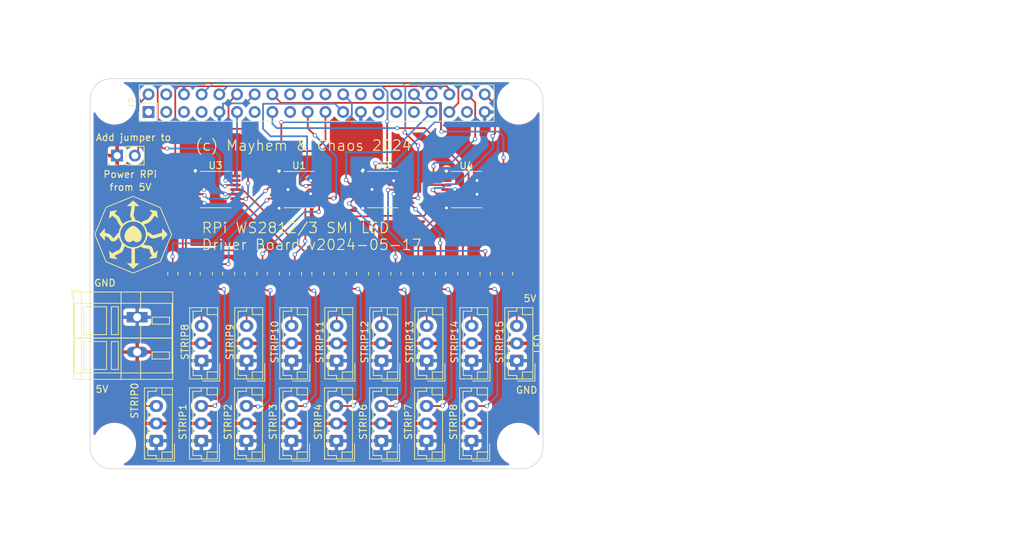
<source format=kicad_pcb>
(kicad_pcb (version 20240108) (generator "pcbnew") (generator_version "8.0")
  (layers (0 "F.Cu" signal) (31 "B.Cu" signal) (34 "B.Paste" user) (35 "F.Paste" user) (36 "B.SilkS" user "B.Silkscreen") (37 "F.SilkS" user "F.Silkscreen") (38 "B.Mask" user) (39 "F.Mask" user) (44 "Edge.Cuts" user))
  (net 0 "")
  (net 1 "/RPI_5V")
  (net 2 "Net-(J10-Pin_3)")
  (net 3 "Net-(J3-Pin_3)")
  (net 4 "Net-(J4-Pin_3)")
  (net 5 "Net-(J5-Pin_3)")
  (net 6 "Net-(J6-Pin_3)")
  (net 7 "Net-(J7-Pin_3)")
  (net 8 "Net-(J8-Pin_3)")
  (net 9 "Net-(J9-Pin_3)")
  (net 10 "Net-(J11-Pin_3)")
  (net 11 "Net-(J12-Pin_3)")
  (net 12 "Net-(J13-Pin_3)")
  (net 13 "Net-(J14-Pin_3)")
  (net 14 "Net-(J15-Pin_3)")
  (net 15 "Net-(J16-Pin_3)")
  (net 16 "Net-(J17-Pin_3)")
  (net 17 "Net-(JJ1-Pin_3)")
  (net 18 "/SHIFT6")
  (net 19 "/SHIFT8")
  (net 21 "/SHIFT4")
  (net 22 "/SHIFT12")
  (net 23 "/SHIFT11")
  (net 24 "/GND")
  (net 25 "/SHIFT14")
  (net 26 "/5V")
  (net 27 "/SHIFT13")
  (net 29 "/SHIFT9")
  (net 30 "/SHIFT3")
  (net 32 "/SHIFT10")
  (net 34 "/SHIFT15")
  (net 36 "/SHIFT7")
  (net 42 "/SHIFT2")
  (net 43 "/SHIFT5")
  (net 44 "/SHIFT1")
  (net 45 "/SHIFT0")
  (net 50 "/STRIP0")
  (net 51 "/STRIP1")
  (net 52 "/STRIP2")
  (net 53 "/STRIP3")
  (net 54 "/STRIP4")
  (net 55 "/STRIP5")
  (net 56 "/STRIP6")
  (net 57 "/STRIP7")
  (net 58 "/STRIP8")
  (net 59 "/STRIP9")
  (net 60 "/STRIP10")
  (net 61 "/STRIP11")
  (net 62 "/STRIP12")
  (net 63 "/STRIP13")
  (net 64 "/STRIP14")
  (net 65 "/STRIP15")
  (footprint "Connector_JST:JST_EH_B3B-EH-A_1x03_P2.50mm_Vertical" (layer "F.Cu") (at 146.392855 115.5 90)
    (property "Reference" "J4" (hide yes))
    (property "Value" "STRIP3" (hide yes))
  )
  (footprint "Resistor_SMD:R_0805_2012Metric" (layer "F.Cu") (at 138.9875 91.4875 -90)
    (property "Reference" "R10" (hide yes))
    (property "Value" "330" (hide yes))
  )
  (footprint "Connector_JST:JST_EH_B3B-EH-A_1x03_P2.50mm_Vertical" (layer "F.Cu") (at 133.5 104 90)
    (property "Reference" "J9" (hide yes))
    (property "Value" "STRIP8" (hide yes))
  )
  (footprint "Resistor_SMD:R_0805_2012Metric" (layer "F.Cu") (at 135.784375 91.4875 -90)
    (property "Reference" "R2" (hide yes))
    (property "Value" "330" (hide yes))
  )
  (footprint "Resistor_SMD:R_0805_2012Metric" (layer "F.Cu") (at 142.190625 91.4875 -90)
    (property "Reference" "R3" (hide yes))
    (property "Value" "330" (hide yes))
  )
  (footprint "Resistor_SMD:R_0805_2012Metric" (layer "F.Cu") (at 132.58125 91.4875 -90)
    (property "Reference" "R9" (hide yes))
    (property "Value" "330" (hide yes))
  )
  (footprint "Resistor_SMD:R_0805_2012Metric" (layer "F.Cu") (at 155.003125 91.4875 -90)
    (property "Reference" "R5" (hide yes))
    (property "Value" "330" (hide yes))
  )
  (footprint "Resistor_SMD:R_0805_2012Metric" (layer "F.Cu") (at 167.815625 91.4875 -90)
    (property "Reference" "R7" (hide yes))
    (property "Value" "330" (hide yes))
  )
  (footprint "Connector_JST:JST_EH_B3B-EH-A_1x03_P2.50mm_Vertical" (layer "F.Cu") (at 139.964285 104 90)
    (property "Reference" "J11" (hide yes))
    (property "Value" "STRIP9" (hide yes))
  )
  (footprint "Connector_JST:JST_EH_B3B-EH-A_1x03_P2.50mm_Vertical" (layer "F.Cu") (at 159.321425 115.5 90)
    (property "Reference" "J6" (hide yes))
    (property "Value" "STRIP5" (hide yes))
  )
  (footprint "Resistor_SMD:R_0805_2012Metric" (layer "F.Cu") (at 148.596875 91.4875 -90)
    (property "Reference" "R4" (hide yes))
    (property "Value" "330" (hide yes))
  )
  (footprint "Package_SO:TSSOP-14_4.4x5mm_P0.65mm" (layer "F.Cu") (at 147.508333 79.425)
    (property "Reference" "U1")
    (property "Value" "SN74AHCT125PWR" (hide yes))
  )
  (footprint "RPi_Hat:RPi_Hat_Mounting_Hole" (layer "F.Cu") (at 179 67)
    (property "Reference" "" (hide yes))
    (property "Value" "" (hide yes))
  )
  (footprint "Connector_JST:JST_EH_B3B-EH-A_1x03_P2.50mm_Vertical" (layer "F.Cu") (at 152.892855 104 90)
    (property "Reference" "J13" (hide yes))
    (property "Value" "STRIP11" (hide yes))
  )
  (footprint "Resistor_SMD:R_0805_2012Metric" (layer "F.Cu") (at 129.378125 91.4875 -90)
    (property "Reference" "R1" (hide yes))
    (property "Value" "330" (hide yes))
  )
  (footprint "Resistor_SMD:R_0805_2012Metric" (layer "F.Cu") (at 151.8 91.4875 -90)
    (property "Reference" "R12" (hide yes))
    (property "Value" "330" (hide yes))
  )
  (footprint "RPi_Hat:RPi_Hat_Mounting_Hole" (layer "F.Cu") (at 121 116)
    (property "Reference" "" (hide yes))
    (property "Value" "" (hide yes))
  )
  (footprint "Resistor_SMD:R_0805_2012Metric" (layer "F.Cu") (at 171.01875 91.4875 -90)
    (property "Reference" "R15" (hide yes))
    (property "Value" "330" (hide yes))
  )
  (footprint "Resistor_SMD:R_0805_2012Metric" (layer "F.Cu") (at 145.39375 91.4875 -90)
    (property "Reference" "R11" (hide yes))
    (property "Value" "330" (hide yes))
  )
  (footprint "Resistor_SMD:R_0805_2012Metric" (layer "F.Cu") (at 174.221875 91.4875 -90)
    (property "Reference" "R8" (hide yes))
    (property "Value" "330" (hide yes))
  )
  (footprint "Connector_JST:JST_EH_B3B-EH-A_1x03_P2.50mm_Vertical" (layer "F.Cu") (at 172.28571 104 90)
    (property "Reference" "J16" (hide yes))
    (property "Value" "STRIP14" (hide yes))
  )
  (footprint "Connector_JST:JST_EH_B3B-EH-A_1x03_P2.50mm_Vertical" (layer "F.Cu") (at 178.75 104 90)
    (property "Reference" "J17" (hide yes))
    (property "Value" "STRIP15" (hide yes))
  )
  (footprint "Resistor_SMD:R_0805_2012Metric" (layer "F.Cu") (at 161.409375 91.4875 -90)
    (property "Reference" "R6" (hide yes))
    (property "Value" "330" (hide yes))
  )
  (footprint "Connector_JST:JST_EH_B3B-EH-A_1x03_P2.50mm_Vertical" (layer "F.Cu") (at 152.85714 115.5 90)
    (property "Reference" "J5" (hide yes))
    (property "Value" "STRIP4" (hide yes))
  )
  (footprint "Connector_PinHeader_2.54mm:PinHeader_2x20_P2.54mm_Vertical" (layer "F.Cu") (at 125.89 68.29 90)
    (property "Reference" "J2")
    (property "Value" "RPi")
  )
  (footprint "Connector_JST:JST_EH_B3B-EH-A_1x03_P2.50mm_Vertical" (layer "F.Cu") (at 165.821425 104 90)
    (property "Reference" "J15" (hide yes))
    (property "Value" "STRIP13" (hide yes))
  )
  (footprint "Package_SO:TSSOP-14_4.4x5mm_P0.65mm" (layer "F.Cu") (at 171.525 79.425)
    (property "Reference" "U4")
    (property "Value" "SN74AHCT125PWR" (hide yes))
  )
  (footprint "RPi_Hat:RPi_Hat_Mounting_Hole" (layer "F.Cu") (at 179 116)
    (property "Reference" "" (hide yes))
    (property "Value" "" (hide yes))
  )
  (footprint "RPi_Hat:RPi_Hat_Mounting_Hole" (layer "F.Cu") (at 121 67)
    (property "Reference" "" (hide yes))
    (property "Value" "" (hide yes))
  )
  (footprint "mayhem:mayhem_logo_tiny" (layer "F.Cu") (at 123.65 85.9)
    (property "Reference" "G***" (hide yes))
    (property "Value" "LOGO" (hide yes))
  )
  (footprint "Connector_JST:JST_EH_B3B-EH-A_1x03_P2.50mm_Vertical" (layer "F.Cu") (at 159.35714 104 90)
    (property "Reference" "J14" (hide yes))
    (property "Value" "STRIP12" (hide yes))
  )
  (footprint "Resistor_SMD:R_0805_2012Metric" (layer "F.Cu") (at 164.6125 91.4875 -90)
    (property "Reference" "R14" (hide yes))
    (property "Value" "330" (hide yes))
  )
  (footprint "Package_SO:TSSOP-14_4.4x5mm_P0.65mm" (layer "F.Cu") (at 135.5 79.425)
    (property "Reference" "U3")
    (property "Value" "SN74AHCT125PWR" (hide yes))
  )
  (footprint "Connector_JST:JST_EH_B3B-EH-A_1x03_P2.50mm_Vertical" (layer "F.Cu") (at 165.78571 115.5 90)
    (property "Reference" "J7" (hide yes))
    (property "Value" "STRIP6" (hide yes))
  )
  (footprint "Connector_PinHeader_2.54mm:PinHeader_1x02_P2.54mm_Vertical" (layer "F.Cu") (at 121.375 74.55 90)
    (property "Reference" "J18" (hide yes))
    (property "Value" "RPI POWER JMP" (hide yes))
  )
  (footprint "Connector_JST:JST_EH_B3B-EH-A_1x03_P2.50mm_Vertical" (layer "F.Cu") (at 133.464285 115.5 90)
    (property "Reference" "JJ1" (hide yes))
    (property "Value" "STRIP1" (hide yes))
  )
  (footprint "Connector_JST:JST_EH_B3B-EH-A_1x03_P2.50mm_Vertical" (layer "F.Cu") (at 172.25 115.5 90)
    (property "Reference" "J8" (hide yes))
    (property "Value" "STRIP7" (hide yes))
  )
  (footprint "Package_SO:TSSOP-14_4.4x5mm_P0.65mm" (layer "F.Cu") (at 159.516666 79.425)
    (property "Reference" "U2")
    (property "Value" "SN74AHCT125PWR" (hide yes))
  )
  (footprint "Resistor_SMD:R_0805_2012Metric" (layer "F.Cu") (at 158.20625 91.4875 -90)
    (property "Reference" "R13" (hide yes))
    (property "Value" "330" (hide yes))
  )
  (footprint "Connector_JST:JST_EH_B3B-EH-A_1x03_P2.50mm_Vertical" (layer "F.Cu") (at 127 115.5 90)
    (property "Reference" "J10" (hide yes))
    (property "Value" "STRIP0" (hide yes))
  )
  (footprint "Connector_JST:JST_EH_B3B-EH-A_1x03_P2.50mm_Vertical" (layer "F.Cu") (at 139.92857 115.5 90)
    (property "Reference" "J3" (hide yes))
    (property "Value" "STRIP2" (hide yes))
  )
  (footprint "Connector_JST:JST_EH_B3B-EH-A_1x03_P2.50mm_Vertical" (layer "F.Cu") (at 146.42857 104 90)
    (property "Reference" "J12" (hide yes))
    (property "Value" "STRIP10" (hide yes))
  )
  (footprint "TerminalBlock_WAGO:TerminalBlock_WAGO_236-102_1x02_P5.00mm_45Degree" (layer "F.Cu") (at 124.25 97.75 -90)
    (property "Reference" "J1" (hide yes))
    (property "Value" "Screw_Terminal_01x02" (hide yes))
  )
  (footprint "Resistor_SMD:R_0805_2012Metric" (layer "F.Cu") (at 177.425 91.4875 -90)
    (property "Reference" "R16" (hide yes))
    (property "Value" "330" (hide yes))
  )
  (gr_line (start 120.5 63.5) (end 179.5 63.5) (stroke (width 0.1)) (layer "Edge.Cuts"))
  (gr_arc (start 120.5 119.5) (mid 118.37868 118.62132) (end 117.5 116.5) (stroke (width 0.1)) (layer "Edge.Cuts"))
  (gr_arc (start 117.5 66.5) (mid 118.37868 64.37868) (end 120.5 63.5) (stroke (width 0.1)) (layer "Edge.Cuts"))
  (gr_line (start 120.5 119.5) (end 179.5 119.5) (stroke (width 0.1)) (layer "Edge.Cuts"))
  (gr_arc (start 179.5 63.5) (mid 181.62132 64.37868) (end 182.5 66.5) (stroke (width 0.1)) (layer "Edge.Cuts"))
  (gr_line (start 117.5 66.5) (end 117.5 116.5) (stroke (width 0.1)) (layer "Edge.Cuts"))
  (gr_arc (start 182.5 116.5) (mid 181.62132 118.62132) (end 179.5 119.5) (stroke (width 0.1)) (layer "Edge.Cuts"))
  (gr_line (start 182.5 66.5) (end 182.5 116.5) (stroke (width 0.1)) (layer "Edge.Cuts"))
  (gr_text "Add jumper to" (at 118.25 72.525 0) (layer "F.SilkS") (effects (font (size 1 1)) (justify left bottom)))
  (gr_text "Power RPi" (at 119.325 77.825 0) (layer "F.SilkS") (effects (font (size 1 1)) (justify left bottom)))
  (gr_text "STRIP12" (at 157.514284 104.45 90) (layer "F.SilkS") (effects (font (size 1 1)) (justify left bottom)))
  (gr_text "STRIP8" (at 170.25 115.45 90) (layer "F.SilkS") (effects (font (size 1 1)) (justify left bottom)))
  (gr_text "STRIP4\n" (at 150.825 115.45 90) (layer "F.SilkS") (effects (font (size 1 1)) (justify left bottom)))
  (gr_text "STRIP10" (at 144.607142 104.45 90) (layer "F.SilkS") (effects (font (size 1 1)) (justify left bottom)))
  (gr_text "STRIP2\n" (at 137.875 115.45 90) (layer "F.SilkS") (effects (font (size 1 1)) (justify left bottom)))
  (gr_text "GND" (at 178.55 108.8 0) (layer "F.SilkS") (effects (font (size 1 1)) (justify left bottom)))
  (gr_text "5V" (at 179.65 95.65 0) (layer "F.SilkS") (effects (font (size 1 1)) (justify left bottom)))
  (gr_text "STRIP13" (at 163.967855 104.45 90) (layer "F.SilkS") (effects (font (size 1 1)) (justify left bottom)))
  (gr_text "STRIP8" (at 131.7 103.97381 90) (layer "F.SilkS") (effects (font (size 1 1)) (justify left bottom)))
  (gr_text "STRIP14" (at 170.421426 104.45 90) (layer "F.SilkS") (effects (font (size 1 1)) (justify left bottom)))
  (gr_text "STRIP7\n" (at 163.775 115.45 90) (layer "F.SilkS") (effects (font (size 1 1)) (justify left bottom)))
  (gr_text "STRIP11\n" (at 151.060713 104.45 90) (layer "F.SilkS") (effects (font (size 1 1)) (justify left bottom)))
  (gr_text "STRIP6\n" (at 157.3 115.45 90) (layer "F.SilkS") (effects (font (size 1 1)) (justify left bottom)))
  (gr_text "RPi WS2812/3 SMI LED\nDriver Board v2024-05-17" (at 133.425 88.225 0) (layer "F.SilkS") (effects (font (size 1.5 1.5)) (justify left bottom)))
  (gr_text "STRIP15\n" (at 176.875 104.45 90) (layer "F.SilkS") (effects (font (size 1 1)) (justify left bottom)))
  (gr_text "(c) Mayhem & Chaos 2024" (at 132.5 73.975 0) (layer "F.SilkS") (effects (font (size 1.5 1.5)) (justify left bottom)))
  (gr_text "GND" (at 118 93.425 0) (layer "F.SilkS") (effects (font (size 1 1)) (justify left bottom)))
  (gr_text "STRIP3\n" (at 144.35 115.45 90) (layer "F.SilkS") (effects (font (size 1 1)) (justify left bottom)))
  (gr_text "LED" (at 182.375 103 90) (layer "F.SilkS") (effects (font (size 1 1)) (justify left bottom)))
  (gr_text "from 5V" (at 120.2 79.675 0) (layer "F.SilkS") (effects (font (size 1 1)) (justify left bottom)))
  (gr_text "STRIP1" (at 131.4 115.45 90) (layer "F.SilkS") (effects (font (size 1 1)) (justify left bottom)))
  (gr_text "STRIP9" (at 138.153571 103.97381 90) (layer "F.SilkS") (effects (font (size 1 1)) (justify left bottom)))
  (gr_text "5V" (at 118.2 108.675 0) (layer "F.SilkS") (effects (font (size 1 1)) (justify left bottom)))
  (gr_text "STRIP0\n" (at 124.475 112.4 90) (layer "F.SilkS") (effects (font (size 1 1)) (justify left bottom)))
  (segment (start 124.415 67.225) (end 124.415 74.05) (width 0.25) (layer "F.Cu") (net 1))
  (segment (start 124.415 74.05) (end 123.915 74.55) (width 0.25) (layer "F.Cu") (net 1))
  (segment (start 124.415 67.225) (end 125.89 65.75) (width 0.25) (layer "F.Cu") (net 1))
  (segment (start 120.85 109.1) (end 120.85 93.625) (width 0.25) (layer "F.Cu") (net 2))
  (segment (start 122.075 92.4) (end 129.378125 92.4) (width 0.25) (layer "F.Cu") (net 2))
  (segment (start 127 110.5) (end 122.25 110.5) (width 0.25) (layer "F.Cu") (net 2))
  (segment (start 120.85 93.625) (end 122.075 92.4) (width 0.25) (layer "F.Cu") (net 2))
  (segment (start 127 110.5) (end 127.55 110.5) (width 0.25) (layer "F.Cu") (net 2))
  (segment (start 122.25 110.5) (end 120.85 109.1) (width 0.25) (layer "F.Cu") (net 2))
  (segment (start 142.775 93.9) (end 142.175 93.3) (width 0.25) (layer "F.Cu") (net 3))
  (segment (start 143.375 93.9) (end 142.775 93.9) (width 0.25) (layer "F.Cu") (net 3))
  (segment (start 139.92857 110.5) (end 141.55 110.5) (width 0.25) (layer "F.Cu") (net 3))
  (segment (start 142.190625 93.284375) (end 142.190625 92.4) (width 0.25) (layer "F.Cu") (net 3))
  (segment (start 142.175 93.3) (end 142.190625 93.284375) (width 0.25) (layer "F.Cu") (net 3))
  (segment (start 141.55 110.5) (end 141.625 110.575) (width 0.25) (layer "F.Cu") (net 3))
  (via (at 143.375 93.9) (size 0.6) (drill 0.4) (layers "F.Cu" "B.Cu") (net 3))
  (via (at 141.625 110.575) (size 0.6) (drill 0.4) (layers "F.Cu" "B.Cu") (net 3))
  (segment (start 143.325 109.525) (end 143.325 93.95) (width 0.25) (layer "B.Cu") (net 3))
  (segment (start 142.275 110.575) (end 143.325 109.525) (width 0.25) (layer "B.Cu") (net 3))
  (segment (start 141.625 110.575) (end 142.275 110.575) (width 0.25) (layer "B.Cu") (net 3))
  (segment (start 143.325 93.95) (end 143.375 93.9) (width 0.25) (layer "B.Cu") (net 3))
  (segment (start 148.375 110.4) (end 148.35 110.425) (width 0.25) (layer "F.Cu") (net 4))
  (segment (start 149.2 93.95) (end 148.596875 93.346875) (width 0.25) (layer "F.Cu") (net 4))
  (segment (start 148.596875 93.346875) (end 148.596875 92.4) (width 0.25) (layer "F.Cu") (net 4))
  (segment (start 146.392855 110.5) (end 148.275 110.5) (width 0.25) (layer "F.Cu") (net 4))
  (segment (start 149.65 93.95) (end 149.2 93.95) (width 0.25) (layer "F.Cu") (net 4))
  (segment (start 148.275 110.5) (end 148.375 110.4) (width 0.25) (layer "F.Cu") (net 4))
  (via (at 149.65 93.95) (size 0.6) (drill 0.4) (layers "F.Cu" "B.Cu") (net 4))
  (via (at 148.375 110.4) (size 0.6) (drill 0.4) (layers "F.Cu" "B.Cu") (net 4))
  (segment (start 148.375 110.4) (end 149.875 108.9) (width 0.25) (layer "B.Cu") (net 4))
  (segment (start 149.875 108.9) (end 149.875 94.175) (width 0.25) (layer "B.Cu") (net 4))
  (segment (start 149.875 94.175) (end 149.65 93.95) (width 0.25) (layer "B.Cu") (net 4))
  (segment (start 155.275 93.675) (end 155 93.4) (width 0.25) (layer "F.Cu") (net 5))
  (segment (start 155.95 93.675) (end 155.275 93.675) (width 0.25) (layer "F.Cu") (net 5))
  (segment (start 155.3 110.4) (end 155.275 110.425) (width 0.25) (layer "F.Cu") (net 5))
  (segment (start 155 93.4) (end 155.003125 93.396875) (width 0.25) (layer "F.Cu") (net 5))
  (segment (start 155.3 110.425) (end 155.3 110.4) (width 0.25) (layer "F.Cu") (net 5))
  (segment (start 155.275 110.425) (end 155.3 110.425) (width 0.25) (layer "F.Cu") (net 5))
  (segment (start 155.003125 93.396875) (end 155.003125 92.4) (width 0.25) (layer "F.Cu") (net 5))
  (segment (start 155.2 110.5) (end 155.275 110.425) (width 0.25) (layer "F.Cu") (net 5))
  (segment (start 152.85714 110.5) (end 155.2 110.5) (width 0.25) (layer "F.Cu") (net 5))
  (via (at 155.95 93.675) (size 0.6) (drill 0.4) (layers "F.Cu" "B.Cu") (net 5))
  (via (at 155.3 110.425) (size 0.6) (drill 0.4) (layers "F.Cu" "B.Cu") (net 5))
  (segment (start 155.3 110.425) (end 156.375 109.35) (width 0.25) (layer "B.Cu") (net 5))
  (segment (start 156.375 109.35) (end 156.375 94.1) (width 0.25) (layer "B.Cu") (net 5))
  (segment (start 156.375 94.1) (end 155.95 93.675) (width 0.25) (layer "B.Cu") (net 5))
  (segment (start 161.275 110.425) (end 161.35 110.425) (width 0.25) (layer "F.Cu") (net 6))
  (segment (start 161.409375 93.390625) (end 161.409375 92.4) (width 0.25) (layer "F.Cu") (net 6))
  (segment (start 161.35 110.425) (end 161.35 110.35) (width 0.25) (layer "F.Cu") (net 6))
  (segment (start 161.2 110.5) (end 161.275 110.425) (width 0.25) (layer "F.Cu") (net 6))
  (segment (start 161.75 93.8) (end 161.375 93.425) (width 0.25) (layer "F.Cu") (net 6))
  (segment (start 161.375 93.425) (end 161.409375 93.390625) (width 0.25) (layer "F.Cu") (net 6))
  (segment (start 159.321425 110.5) (end 161.2 110.5) (width 0.25) (layer "F.Cu") (net 6))
  (segment (start 161.35 110.35) (end 161.225 110.475) (width 0.25) (layer "F.Cu") (net 6))
  (segment (start 162.6 93.8) (end 161.75 93.8) (width 0.25) (layer "F.Cu") (net 6))
  (via (at 162.6 93.8) (size 0.6) (drill 0.4) (layers "F.Cu" "B.Cu") (net 6))
  (via (at 161.35 110.425) (size 0.6) (drill 0.4) (layers "F.Cu" "B.Cu") (net 6))
  (segment (start 162.6 93.95) (end 162.6 93.8) (width 0.25) (layer "B.Cu") (net 6))
  (segment (start 162.825 94.175) (end 162.6 93.95) (width 0.25) (layer "B.Cu") (net 6))
  (segment (start 162.825 108.95) (end 162.825 94.175) (width 0.25) (layer "B.Cu") (net 6))
  (segment (start 161.35 110.425) (end 162.825 108.95) (width 0.25) (layer "B.Cu") (net 6))
  (segment (start 165.78571 110.5) (end 167.975 110.5) (width 0.25) (layer "F.Cu") (net 7))
  (segment (start 168.1 110.45) (end 168.1 110.375) (width 0.25) (layer "F.Cu") (net 7))
  (segment (start 167.815625 93.365625) (end 167.815625 92.4) (width 0.25) (layer "F.Cu") (net 7))
  (segment (start 168.025 110.45) (end 168.1 110.45) (width 0.25) (layer "F.Cu") (net 7))
  (segment (start 168.1 110.375) (end 168.075 110.4) (width 0.25) (layer "F.Cu") (net 7))
  (segment (start 168.2 93.75) (end 167.815625 93.365625) (width 0.25) (layer "F.Cu") (net 7))
  (segment (start 167.975 110.5) (end 168.025 110.45) (width 0.25) (layer "F.Cu") (net 7))
  (segment (start 168.875 93.75) (end 168.2 93.75) (width 0.25) (layer "F.Cu") (net 7))
  (via (at 168.1 110.45) (size 0.6) (drill 0.4) (layers "F.Cu" "B.Cu") (net 7))
  (via (at 168.875 93.75) (size 0.6) (drill 0.4) (layers "F.Cu" "B.Cu") (net 7))
  (segment (start 168.1 110.45) (end 169.35 109.2) (width 0.25) (layer "B.Cu") (net 7))
  (segment (start 169.35 109.2) (end 169.35 94.225) (width 0.25) (layer "B.Cu") (net 7))
  (segment (start 169.35 94.225) (end 168.875 93.75) (width 0.25) (layer "B.Cu") (net 7))
  (segment (start 175.55 93.7) (end 174.625 93.7) (width 0.25) (layer "F.Cu") (net 8))
  (segment (start 172.25 110.5) (end 174.425 110.5) (width 0.25) (layer "F.Cu") (net 8))
  (segment (start 174.221875 93.296875) (end 174.221875 92.4) (width 0.25) (layer "F.Cu") (net 8))
  (segment (start 174.625 93.7) (end 174.221875 93.296875) (width 0.25) (layer "F.Cu") (net 8))
  (via (at 174.425 110.5) (size 0.6) (drill 0.4) (layers "F.Cu" "B.Cu") (net 8))
  (via (at 175.55 93.7) (size 0.6) (drill 0.4) (layers "F.Cu" "B.Cu") (net 8))
  (segment (start 175.975 94.125) (end 175.55 93.7) (width 0.25) (layer "B.Cu") (net 8))
  (segment (start 174.425 110.5) (end 175.975 108.95) (width 0.25) (layer "B.Cu") (net 8))
  (segment (start 175.975 108.95) (end 175.975 94.125) (width 0.25) (layer "B.Cu") (net 8))
  (segment (start 133.5 93.825) (end 133.575 93.75) (width 0.25) (layer "F.Cu") (net 9))
  (segment (start 133.575 93.75) (end 132.58125 92.75625) (width 0.25) (layer "F.Cu") (net 9))
  (segment (start 133.5 99) (end 133.5 93.825) (width 0.25) (layer "F.Cu") (net 9))
  (segment (start 132.58125 92.75625) (end 132.58125 92.4) (width 0.25) (layer "F.Cu") (net 9))
  (segment (start 139.964285 93.376785) (end 138.9875 92.4) (width 0.25) (layer "F.Cu") (net 10))
  (segment (start 139.964285 99) (end 139.964285 93.376785) (width 0.25) (layer "F.Cu") (net 10))
  (segment (start 146.42857 94.10357) (end 145.39375 93.06875) (width 0.25) (layer "F.Cu") (net 11))
  (segment (start 146.42857 99) (end 146.42857 94.10357) (width 0.25) (layer "F.Cu") (net 11))
  (segment (start 145.39375 93.06875) (end 145.39375 92.4) (width 0.25) (layer "F.Cu") (net 11))
  (segment (start 152.892855 99) (end 152.892855 94.167855) (width 0.25) (layer "F.Cu") (net 12))
  (segment (start 152.892855 94.167855) (end 151.8 93.075) (width 0.25) (layer "F.Cu") (net 12))
  (segment (start 151.8 93.075) (end 151.8 92.4) (width 0.25) (layer "F.Cu") (net 12))
  (segment (start 159.35714 94.20714) (end 158.20625 93.05625) (width 0.25) (layer "F.Cu") (net 13))
  (segment (start 159.35714 99) (end 159.35714 94.20714) (width 0.25) (layer "F.Cu") (net 13))
  (segment (start 158.20625 93.05625) (end 158.20625 92.4) (width 0.25) (layer "F.Cu") (net 13))
  (segment (start 164.6125 92.9875) (end 164.6125 92.4) (width 0.25) (layer "F.Cu") (net 14))
  (segment (start 165.821425 99) (end 165.821425 94.196425) (width 0.25) (layer "F.Cu") (net 14))
  (segment (start 165.821425 94.196425) (end 164.6125 92.9875) (width 0.25) (layer "F.Cu") (net 14))
  (segment (start 172.28571 93.91429) (end 172.3 93.9) (width 0.25) (layer "F.Cu") (net 15))
  (segment (start 172.28571 99) (end 172.28571 93.91429) (width 0.25) (layer "F.Cu") (net 15))
  (segment (start 171.01875 92.61875) (end 171.01875 92.4) (width 0.25) (layer "F.Cu") (net 15))
  (segment (start 172.3 93.9) (end 171.01875 92.61875) (width 0.25) (layer "F.Cu") (net 15))
  (segment (start 178.75 93.95) (end 177.425 92.625) (width 0.25) (layer "F.Cu") (net 16))
  (segment (start 178.75 99) (end 178.75 93.95) (width 0.25) (layer "F.Cu") (net 16))
  (segment (start 177.425 92.625) (end 177.425 92.4) (width 0.25) (layer "F.Cu") (net 16))
  (segment (start 136.7 93.725) (end 136.1 93.725) (width 0.25) (layer "F.Cu") (net 17))
  (segment (start 133.464285 110.5) (end 135.325 110.5) (width 0.25) (layer "F.Cu") (net 17))
  (segment (start 135.784375 93.409375) (end 135.784375 92.4) (width 0.25) (layer "F.Cu") (net 17))
  (segment (start 135.4 110.45) (end 135.4 110.425) (width 0.25) (layer "F.Cu") (net 17))
  (segment (start 135.375 110.45) (end 135.4 110.45) (width 0.25) (layer "F.Cu") (net 17))
  (segment (start 135.4 110.425) (end 135.375 110.45) (width 0.25) (layer "F.Cu") (net 17))
  (segment (start 136.1 93.725) (end 135.784375 93.409375) (width 0.25) (layer "F.Cu") (net 17))
  (segment (start 135.325 110.5) (end 135.375 110.45) (width 0.25) (layer "F.Cu") (net 17))
  (via (at 135.4 110.45) (size 0.6) (drill 0.4) (layers "F.Cu" "B.Cu") (net 17))
  (via (at 136.7 93.725) (size 0.6) (drill 0.4) (layers "F.Cu" "B.Cu") (net 17))
  (segment (start 136.8 93.825) (end 136.7 93.725) (width 0.25) (layer "B.Cu") (net 17))
  (segment (start 135.4 110.45) (end 136.8 109.05) (width 0.25) (layer "B.Cu") (net 17))
  (segment (start 136.8 109.05) (end 136.8 93.825) (width 0.25) (layer "B.Cu") (net 17))
  (segment (start 162.454166 80.65) (end 162.379166 80.725) (width 0.25) (layer "F.Cu") (net 18))
  (segment (start 164.575 80.65) (end 162.454166 80.65) (width 0.25) (layer "F.Cu") (net 18))
  (segment (start 164.575 73.125) (end 164.6 73.125) (width 0.25) (layer "F.Cu") (net 18))
  (segment (start 162.675 71.225) (end 164.575 73.125) (width 0.25) (layer "F.Cu") (net 18))
  (via (at 162.675 71.225) (size 0.6) (drill 0.4) (layers "F.Cu" "B.Cu") (net 18))
  (via (at 164.6 73.125) (size 0.6) (drill 0.4) (layers "F.Cu" "B.Cu") (net 18))
  (via (at 164.575 80.65) (size 0.6) (drill 0.4) (layers "F.Cu" "B.Cu") (net 18))
  (segment (start 162.75 64.475) (end 162.75 71.125) (width 0.25) (layer "B.Cu") (net 18))
  (segment (start 164.6 73.125) (end 164.6 80.625) (width 0.25) (layer "B.Cu") (net 18))
  (segment (start 164.6 80.625) (end 164.575 80.65) (width 0.25) (layer "B.Cu") (net 18))
  (segment (start 162.4 64.125) (end 162.75 64.475) (width 0.25) (layer "B.Cu") (net 18))
  (segment (start 135.135 64.125) (end 162.4 64.125) (width 0.25) (layer "B.Cu") (net 18))
  (segment (start 162.675 71.2) (end 162.675 71.225) (width 0.25) (layer "B.Cu") (net 18))
  (segment (start 133.51 65.75) (end 135.135 64.125) (width 0.25) (layer "B.Cu") (net 18))
  (segment (start 162.75 71.125) (end 162.675 71.2) (width 0.25) (layer "B.Cu") (net 18))
  (segment (start 169.07 64.97) (end 168.675 64.575) (width 0.25) (layer "F.Cu") (net 19))
  (segment (start 130.225 64.575) (end 129.725 65.075) (width 0.25) (layer "F.Cu") (net 19))
  (segment (start 169.07 65.75) (end 169.07 64.97) (width 0.25) (layer "F.Cu") (net 19))
  (segment (start 168.675 64.575) (end 130.225 64.575) (width 0.25) (layer "F.Cu") (net 19))
  (segment (start 129.725 77.925) (end 129.925 78.125) (width 0.25) (layer "F.Cu") (net 19))
  (segment (start 129.725 65.075) (end 129.725 77.925) (width 0.25) (layer "F.Cu") (net 19))
  (segment (start 129.925 78.125) (end 132.6375 78.125) (width 0.25) (layer "F.Cu") (net 19))
  (segment (start 158.475 75.675) (end 158.475 77.925) (width 0.25) (layer "F.Cu") (net 21))
  (segment (start 158.475 77.925) (end 158.275 78.125) (width 0.25) (layer "F.Cu") (net 21))
  (segment (start 158.275 78.125) (end 156.654166 78.125) (width 0.25) (layer "F.Cu") (net 21))
  (via (at 158.475 75.675) (size 0.6) (drill 0.4) (layers "F.Cu" "B.Cu") (net 21))
  (segment (start 165.265 67.025) (end 167.725 67.025) (width 0.25) (layer "B.Cu") (net 21))
  (segment (start 167.725 69.65) (end 167.65 69.725) (width 0.25) (layer "B.Cu") (net 21))
  (segment (start 167.65 69.725) (end 167 69.725) (width 0.25) (layer "B.Cu") (net 21))
  (segment (start 163.99 65.75) (end 165.265 67.025) (width 0.25) (layer "B.Cu") (net 21))
  (segment (start 167.725 67.025) (end 167.725 69.65) (width 0.25) (layer "B.Cu") (net 21))
  (segment (start 161.05 75.675) (end 158.475 75.675) (width 0.25) (layer "B.Cu") (net 21))
  (segment (start 167 69.725) (end 161.05 75.675) (width 0.25) (layer "B.Cu") (net 21))
  (segment (start 168.6625 78.125) (end 166.875 78.125) (width 0.25) (layer "F.Cu") (net 22))
  (segment (start 172.785 72.165) (end 172.775 72.175) (width 0.25) (layer "F.Cu") (net 22))
  (segment (start 166.8 78.05) (end 166.8 76.075) (width 0.25) (layer "F.Cu") (net 22))
  (segment (start 172.785 66.925) (end 172.785 72.165) (width 0.25) (layer "F.Cu") (net 22))
  (segment (start 166.875 78.125) (end 166.8 78.05) (width 0.25) (layer "F.Cu") (net 22))
  (segment (start 171.61 65.75) (end 172.785 66.925) (width 0.25) (layer "F.Cu") (net 22))
  (via (at 166.8 76.075) (size 0.6) (drill 0.4) (layers "F.Cu" "B.Cu") (net 22))
  (via (at 172.775 72.175) (size 0.6) (drill 0.4) (layers "F.Cu" "B.Cu") (net 22))
  (segment (start 169.4 75.55) (end 166.975 75.55) (width 0.25) (layer "B.Cu") (net 22))
  (segment (start 166.8 76.075) (end 166.8 75.725) (width 0.25) (layer "B.Cu") (net 22))
  (segment (start 166.8 75.725) (end 166.975 75.55) (width 0.25) (layer "B.Cu") (net 22))
  (segment (start 172.775 72.175) (end 169.4 75.55) (width 0.25) (layer "B.Cu") (net 22))
  (segment (start 136.87294 78.921283) (end 137.019223 78.775) (width 0.25) (layer "F.Cu") (net 23))
  (segment (start 137.019223 78.775) (end 138.3625 78.775) (width 0.25) (layer "F.Cu") (net 23))
  (segment (start 170.375 64.175) (end 170.325 64.125) (width 0.25) (layer "F.Cu") (net 23))
  (segment (start 169.07 68.29) (end 170.375 66.985) (width 0.25) (layer "F.Cu") (net 23))
  (segment (start 170.375 66.985) (end 170.375 64.175) (width 0.25) (layer "F.Cu") (net 23))
  (segment (start 127.2 72.725) (end 128 73.525) (width 0.25) (layer "F.Cu") (net 23))
  (segment (start 128 73.525) (end 128.55 73.525) (width 0.25) (layer "F.Cu") (net 23))
  (segment (start 127.2 64.125) (end 127.2 72.725) (width 0.25) (layer "F.Cu") (net 23))
  (segment (start 170.325 64.125) (end 127.2 64.125) (width 0.25) (layer "F.Cu") (net 23))
  (via (at 136.87294 78.921283) (size 0.6) (drill 0.4) (layers "F.Cu" "B.Cu") (net 23))
  (via (at 128.55 73.525) (size 0.6) (drill 0.4) (layers "F.Cu" "B.Cu") (net 23))
  (segment (start 134.975 73.525) (end 136.1 74.65) (width 0.25) (layer "B.Cu") (net 23))
  (segment (start 136.875 78.9) (end 136.875 78.919223) (width 0.25) (layer "B.Cu") (net 23))
  (segment (start 136.875 78.919223) (end 136.87294 78.921283) (width 0.25) (layer "B.Cu") (net 23))
  (segment (start 136.1 78.5) (end 136.5 78.9) (width 0.25) (layer "B.Cu") (net 23))
  (segment (start 136.1 74.65) (end 136.1 78.5) (width 0.25) (layer "B.Cu") (net 23))
  (segment (start 128.55 73.525) (end 134.975 73.525) (width 0.25) (layer "B.Cu") (net 23))
  (segment (start 136.5 78.9) (end 136.875 78.9) (width 0.25) (layer "B.Cu") (net 23))
  (segment (start 162.379166 80.075) (end 161.1 80.075) (width 0.25) (layer "F.Cu") (net 24))
  (segment (start 174.3875 78.125) (end 173.05 78.125) (width 0.25) (layer "F.Cu") (net 24))
  (segment (start 161.1 78.125) (end 161.075 78.15) (width 0.25) (layer "F.Cu") (net 24))
  (segment (start 136.95 80.075) (end 136.925 80.1) (width 0.25) (layer "F.Cu") (net 24))
  (segment (start 156.654166 81.375) (end 156.654166 82.120834) (width 0.25) (layer "F.Cu") (net 24))
  (segment (start 144.645833 76.754167) (end 144.65 76.75) (width 0.25) (layer "F.Cu") (net 24))
  (segment (start 156.654166 76.620834) (end 156.675 76.6) (width 0.25) (layer "F.Cu") (net 24))
  (segment (start 144.645833 82.079167) (end 144.625 82.1) (width 0.25) (layer "F.Cu") (net 24))
  (segment (start 174.3875 80.075) (end 173.075 80.075) (width 0.25) (layer "F.Cu") (net 24))
  (segment (start 132.6375 81.375) (end 133.9 81.375) (width 0.25) (layer "F.Cu") (net 24))
  (segment (start 144.645833 81.375) (end 144.645833 82.079167) (width 0.25) (layer "F.Cu") (net 24))
  (segment (start 138.3625 80.075) (end 136.95 80.075) (width 0.25) (layer "F.Cu") (net 24))
  (segment (start 168.6625 81.375) (end 168.6625 82.0625) (width 0.25) (layer "F.Cu") (net 24))
  (segment (start 168.675 82.075) (end 168.6625 82.0625) (width 0.25) (layer "F.Cu") (net 24))
  (segment (start 156.654166 79.425) (end 157.95 79.425) (width 0.25) (layer "F.Cu") (net 24))
  (segment (start 144.645833 79.425) (end 145.9 79.425) (width 0.25) (layer "F.Cu") (net 24))
  (segment (start 132.6375 76.6875) (end 132.625 76.675) (width 0.25) (layer "F.Cu") (net 24))
  (segment (start 138.3625 78.125) (end 136.95 78.125) (width 0.25) (layer "F.Cu") (net 24))
  (segment (start 162.379166 78.125) (end 161.1 78.125) (width 0.25) (layer "F.Cu") (net 24))
  (segment (start 136.925 78.1) (end 136.95 78.125) (width 0.25) (layer "F.Cu") (net 24))
  (segment (start 156.654166 82.120834) (end 156.65 82.125) (width 0.25) (layer "F.Cu") (net 24))
  (segment (start 150.370833 80.075) (end 149.2 80.075) (width 0.25) (layer "F.Cu") (net 24))
  (segment (start 173.075 80.075) (end 173.05 80.1) (width 0.25) (layer "F.Cu") (net 24))
  (segment (start 132.6375 79.425) (end 133.85 79.425) (width 0.25) (layer "F.Cu") (net 24))
  (segment (start 168.6625 77.475) (end 168.6625 76.7625) (width 0.25) (layer "F.Cu") (net 24))
  (segment (start 169.825 79.425) (end 169.85 79.4) (width 0.25) (layer "F.Cu") (net 24))
  (segment (start 157.95 79.425) (end 157.975 79.4) (width 0.25) (layer "F.Cu") (net 24))
  (segment (start 168.6625 79.425) (end 169.825 79.425) (width 0.25) (layer "F.Cu") (net 24))
  (segment (start 144.645833 77.475) (end 144.645833 76.754167) (width 0.25) (layer "F.Cu") (net 24))
  (segment (start 156.654166 77.475) (end 156.654166 76.620834) (width 0.25) (layer "F.Cu") (net 24))
  (segment (start 132.6375 77.475) (end 132.6375 76.6875) (width 0.25) (layer "F.Cu") (net 24))
  (segment (start 150.370833 78.125) (end 149.15 78.125) (width 0.25) (layer "F.Cu") (net 24))
  (segment (start 168.6625 76.7625) (end 168.675 76.75) (width 0.25) (layer "F.Cu") (net 24))
  (segment (start 149.2 80.075) (end 149.15 80.025) (width 0.25) (layer "F.Cu") (net 24))
  (via (at 156.675 76.6) (size 0.6) (drill 0.4) (layers "F.Cu" "B.Cu") (net 24))
  (via (at 149.15 80.025) (size 0.6) (drill 0.4) (layers "F.Cu" "B.Cu") (net 24))
  (via (at 169.85 79.4) (size 0.6) (drill 0.4) (layers "F.Cu" "B.Cu") (net 24))
  (via (at 136.95 78.125) (size 0.6) (drill 0.4) (layers "F.Cu" "B.Cu") (net 24))
  (via (at 145.9 79.425) (size 0.6) (drill 0.4) (layers "F.Cu" "B.Cu") (net 24))
  (via (at 144.65 76.75) (size 0.6) (drill 0.4) (layers "F.Cu" "B.Cu") (net 24))
  (via (at 136.925 80.1) (size 0.6) (drill 0.4) (layers "F.Cu" "B.Cu") (net 24))
  (via (at 157.975 79.4) (size 0.6) (drill 0.4) (layers "F.Cu" "B.Cu") (net 24))
  (via (at 161.1 80.075) (size 0.6) (drill 0.4) (layers "F.Cu" "B.Cu") (net 24))
  (via (at 149.15 78.125) (size 0.6) (drill 0.4) (layers "F.Cu" "B.Cu") (net 24))
  (via (at 133.9 81.375) (size 0.6) (drill 0.4) (layers "F.Cu" "B.Cu") (net 24))
  (via (at 161.075 78.15) (size 0.6) (drill 0.4) (layers "F.Cu" "B.Cu") (net 24))
  (via (at 132.625 76.675) (size 0.6) (drill 0.4) (layers "F.Cu" "B.Cu") (net 24))
  (via (at 144.625 82.1) (size 0.6) (drill 0.4) (layers "F.Cu" "B.Cu") (net 24))
  (via (at 173.05 80.1) (size 0.6) (drill 0.4) (layers "F.Cu" "B.Cu") (net 24))
  (via (at 133.85 79.425) (size 0.6) (drill 0.4) (layers "F.Cu" "B.Cu") (net 24))
  (via (at 168.675 76.75) (size 0.6) (drill 0.4) (layers "F.Cu" "B.Cu") (net 24))
  (via (at 156.65 82.125) (size 0.6) (drill 0.4) (layers "F.Cu" "B.Cu") (net 24))
  (via (at 168.6625 82.0625) (size 0.6) (drill 0.4) (layers "F.Cu" "B.Cu") (net 24))
  (via (at 173.05 78.125) (size 0.6) (drill 0.4) (layers "F.Cu" "B.Cu") (net 24))
  (segment (start 139.83 67.05) (end 136.575 67.05) (width 0.25) (layer "B.Cu") (net 24))
  (segment (start 136.575 67.765) (end 136.05 68.29) (width 0.25) (layer "B.Cu") (net 24))
  (segment (start 141.13 65.75) (end 139.83 67.05) (width 0.25) (layer "B.Cu") (net 24))
  (segment (start 136.575 67.05) (end 136.575 67.765) (width 0.25) (layer "B.Cu") (net 24))
  (segment (start 161.575 70.6) (end 165.55 70.6) (width 0.25) (layer "F.Cu") (net 25))
  (segment (start 171.825 76.875) (end 171.825 80.325) (width 0.25) (layer "F.Cu") (net 25))
  (segment (start 165.55 70.6) (end 171.825 76.875) (width 0.25) (layer "F.Cu") (net 25))
  (segment (start 172.225 80.725) (end 174.3875 80.725) (width 0.25) (layer "F.Cu") (net 25))
  (segment (start 171.825 80.325) (end 172.225 80.725) (width 0.25) (layer "F.Cu") (net 25))
  (via (at 161.575 70.6) (size 0.6) (drill 0.4) (layers "F.Cu" "B.Cu") (net 25))
  (segment (start 143.67 68.29) (end 143.67 69.97) (width 0.25) (layer "B.Cu") (net 25))
  (segment (start 144.3 70.6) (end 161.575 70.6) (width 0.25) (layer "B.Cu") (net 25))
  (segment (start 143.67 69.97) (end 144.3 70.6) (width 0.25) (layer "B.Cu") (net 25))
  (segment (start 176.1 77.475) (end 176.125 77.45) (width 0.25) (layer "F.Cu") (net 26))
  (segment (start 174.3875 77.475) (end 176.1 77.475) (width 0.25) (layer "F.Cu") (net 26))
  (segment (start 162.379166 77.475) (end 163.55 77.475) (width 0.25) (layer "F.Cu") (net 26))
  (segment (start 175.625 71.35) (end 175.3 71.675) (width 0.25) (layer "F.Cu") (net 27))
  (segment (start 166.7 79.475) (end 167.25 80.025) (width 0.25) (layer "F.Cu") (net 27))
  (segment (start 167.475 80.075) (end 168.6625 80.075) (width 0.25) (layer "F.Cu") (net 27))
  (segment (start 167.425 80.025) (end 167.475 80.075) (width 0.25) (layer "F.Cu") (net 27))
  (segment (start 174.15 65.75) (end 175.6 67.2) (width 0.25) (layer "F.Cu") (net 27))
  (segment (start 175.625 67.2) (end 175.625 71.35) (width 0.25) (layer "F.Cu") (net 27))
  (segment (start 175.6 67.2) (end 175.625 67.2) (width 0.25) (layer "F.Cu") (net 27))
  (segment (start 175.3 71.675) (end 175.3 71.725) (width 0.25) (layer "F.Cu") (net 27))
  (segment (start 167.25 80.025) (end 167.425 80.025) (width 0.25) (layer "F.Cu") (net 27))
  (via (at 175.3 71.725) (size 0.6) (drill 0.4) (layers "F.Cu" "B.Cu") (net 27))
  (via (at 166.7 79.475) (size 0.6) (drill 0.4) (layers "F.Cu" "B.Cu") (net 27))
  (segment (start 168.15 79.2) (end 166.975 79.2) (width 0.25) (layer "B.Cu") (net 27))
  (segment (start 170.175 78.65) (end 168.7 78.65) (width 0.25) (layer "B.Cu") (net 27))
  (segment (start 175.3 71.725) (end 175.3 73.525) (width 0.25) (layer "B.Cu") (net 27))
  (segment (start 175.3 73.525) (end 170.175 78.65) (width 0.25) (layer "B.Cu") (net 27))
  (segment (start 166.975 79.2) (end 166.7 79.475) (width 0.25) (layer "B.Cu") (net 27))
  (segment (start 168.7 78.65) (end 168.15 79.2) (width 0.25) (layer "B.Cu") (net 27))
  (segment (start 133.9 80.25) (end 133.725 80.075) (width 0.25) (layer "F.Cu") (net 29))
  (segment (start 133.725 80.075) (end 132.6375 80.075) (width 0.25) (layer "F.Cu") (net 29))
  (via (at 133.9 80.25) (size 0.6) (drill 0.4) (layers "F.Cu" "B.Cu") (net 29))
  (segment (start 138.59 68.29) (end 138.59 79.135) (width 0.25) (layer "B.Cu") (net 29))
  (segment (start 134.375 80.725) (end 133.9 80.25) (width 0.25) (layer "B.Cu") (net 29))
  (segment (start 137.675 80.233884) (end 137.183884 80.725) (width 0.25) (layer "B.Cu") (net 29))
  (segment (start 137.675 80.05) (end 137.675 80.233884) (width 0.25) (layer "B.Cu") (net 29))
  (segment (start 138.59 79.135) (end 137.675 80.05) (width 0.25) (layer "B.Cu") (net 29))
  (segment (start 137.183884 80.725) (end 134.375 80.725) (width 0.25) (layer "B.Cu") (net 29))
  (segment (start 148.475 78.925) (end 148.625 78.775) (width 0.25) (layer "F.Cu") (net 30))
  (segment (start 148.625 78.775) (end 150.370833 78.775) (width 0.25) (layer "F.Cu") (net 30))
  (via (at 148.475 78.925) (size 0.6) (drill 0.4) (layers "F.Cu" "B.Cu") (net 30))
  (segment (start 147.725 77.7) (end 147.725 78.7) (width 0.25) (layer "B.Cu") (net 30))
  (segment (start 147.725 78.7) (end 147.9 78.875) (width 0.25) (layer "B.Cu") (net 30))
  (segment (start 143.4 71.775) (end 148.65 71.775) (width 0.25) (layer "B.Cu") (net 30))
  (segment (start 148.425 78.875) (end 148.475 78.925) (width 0.25) (layer "B.Cu") (net 30))
  (segment (start 148.65 71.775) (end 148.65 76.775) (width 0.25) (layer "B.Cu") (net 30))
  (segment (start 148.65 76.775) (end 147.725 77.7) (width 0.25) (layer "B.Cu") (net 30))
  (segment (start 142.325 67.15) (end 142.325 70.7) (width 0.25) (layer "B.Cu") (net 30))
  (segment (start 152.64 67.1) (end 142.375 67.1) (width 0.25) (layer "B.Cu") (net 30))
  (segment (start 153.83 68.29) (end 152.64 67.1) (width 0.25) (layer "B.Cu") (net 30))
  (segment (start 142.325 70.7) (end 143.4 71.775) (width 0.25) (layer "B.Cu") (net 30))
  (segment (start 147.9 78.875) (end 148.425 78.875) (width 0.25) (layer "B.Cu") (net 30))
  (segment (start 142.375 67.1) (end 142.325 67.15) (width 0.25) (layer "B.Cu") (net 30))
  (segment (start 139.275 70.7) (end 140.175 71.6) (width 0.25) (layer "F.Cu") (net 32))
  (segment (start 138.4125 80.775) (end 138.3625 80.725) (width 0.25) (layer "F.Cu") (net 32))
  (segment (start 140.175 71.6) (end 140.175 78.525) (width 0.25) (layer "F.Cu") (net 32))
  (segment (start 137.375 70.7) (end 139.275 70.7) (width 0.25) (layer "F.Cu") (net 32))
  (segment (start 137.375 66.965) (end 137.375 70.7) (width 0.25) (layer "F.Cu") (net 32))
  (segment (start 139.85 80.775) (end 138.4125 80.775) (width 0.25) (layer "F.Cu") (net 32))
  (segment (start 138.59 65.75) (end 137.375 66.965) (width 0.25) (layer "F.Cu") (net 32))
  (via (at 139.85 80.775) (size 0.6) (drill 0.4) (layers "F.Cu" "B.Cu") (net 32))
  (via (at 140.175 78.525) (size 0.6) (drill 0.4) (layers "F.Cu" "B.Cu") (net 32))
  (segment (start 140.175 80.45) (end 139.85 80.775) (width 0.25) (layer "B.Cu") (net 32))
  (segment (start 140.175 78.525) (end 140.175 80.45) (width 0.25) (layer "B.Cu") (net 32))
  (segment (start 163.575 66.975) (end 163.6 67) (width 0.25) (layer "F.Cu") (net 34))
  (segment (start 167.875 67) (end 167.875 70.625) (width 0.25) (layer "F.Cu") (net 34))
  (segment (start 146.525 66.975) (end 163.575 66.975) (width 0.25) (layer "F.Cu") (net 34))
  (segment (start 163.6 67) (end 167.875 67) (width 0.25) (layer "F.Cu") (net 34))
  (segment (start 167.875 70.625) (end 167.875 71.025) (width 0.25) (layer "F.Cu") (net 34))
  (segment (start 176.85 74.825) (end 176.85 78.225) (width 0.25) (layer "F.Cu") (net 34))
  (segment (start 143.67 65.75) (end 144.895 66.975) (width 0.25) (layer "F.Cu") (net 34))
  (segment (start 167.875 71.025) (end 167.95 71.1) (width 0.25) (layer "F.Cu") (net 34))
  (segment (start 176.85 78.225) (end 176.3 78.775) (width 0.25) (layer "F.Cu") (net 34))
  (segment (start 176.3 78.775) (end 174.3875 78.775) (width 0.25) (layer "F.Cu") (net 34))
  (segment (start 144.895 66.975) (end 146.525 66.975) (width 0.25) (layer "F.Cu") (net 34))
  (via (at 167.95 71.1) (size 0.6) (drill 0.4) (layers "F.Cu" "B.Cu") (net 34))
  (via (at 176.85 74.825) (size 0.6) (drill 0.4) (layers "F.Cu" "B.Cu") (net 34))
  (segment (start 176.1 71.1) (end 176.825 71.825) (width 0.25) (layer "B.Cu") (net 34))
  (segment (start 167.95 71.1) (end 176.1 71.1) (width 0.25) (layer "B.Cu") (net 34))
  (segment (start 176.825 71.825) (end 176.825 74.8) (width 0.25) (layer "B.Cu") (net 34))
  (segment (start 176.825 74.8) (end 176.85 74.825) (width 0.25) (layer "B.Cu") (net 34))
  (segment (start 160.5 78.775) (end 162.379166 78.775) (width 0.25) (layer "F.Cu") (net 36))
  (segment (start 160.15 69.65) (end 160.15 78.525) (width 0.25) (layer "F.Cu") (net 36))
  (segment (start 160.45 78.825) (end 160.5 78.775) (width 0.25) (layer "F.Cu") (net 36))
  (segment (start 160.15 78.525) (end 160.45 78.825) (width 0.25) (layer "F.Cu") (net 36))
  (via (at 160.15 69.65) (size 0.6) (drill 0.4) (layers "F.Cu" "B.Cu") (net 36))
  (segment (start 137.225 64.575) (end 159.396701 64.575) (width 0.25) (layer "B.Cu") (net 36))
  (segment (start 159.396701 64.575) (end 160.2 65.378299) (width 0.25) (layer "B.Cu") (net 36))
  (segment (start 160.2 69.6) (end 160.15 69.65) (width 0.25) (layer "B.Cu") (net 36))
  (segment (start 160.2 65.378299) (end 160.2 69.6) (width 0.25) (layer "B.Cu") (net 36))
  (segment (start 136.05 65.75) (end 137.225 64.575) (width 0.25) (layer "B.Cu") (net 36))
  (segment (start 150.420833 80.675) (end 150.370833 80.725) (width 0.25) (layer "F.Cu") (net 42))
  (segment (start 148.75 68.29) (end 148.75 70.625) (width 0.25) (layer "F.Cu") (net 42))
  (segment (start 148.75 70.625) (end 149.775 71.65) (width 0.25) (layer "F.Cu") (net 42))
  (segment (start 152.45 80.675) (end 150.420833 80.675) (width 0.25) (layer "F.Cu") (net 42))
  (via (at 149.775 71.65) (size 0.6) (drill 0.4) (layers "F.Cu" "B.Cu") (net 42))
  (via (at 152.45 80.675) (size 0.6) (drill 0.4) (layers "F.Cu" "B.Cu") (net 42))
  (via (at 152.45 80.675) (size 0.6) (drill 0.4) (layers "F.Cu" "B.Cu") (net 42))
  (segment (start 152.825 80.65) (end 152.475 80.65) (width 0.25) (layer "B.Cu") (net 42))
  (segment (start 152.825 74.7) (end 152.825 80.65) (width 0.25) (layer "B.Cu") (net 42))
  (segment (start 149.775 71.65) (end 152.825 74.7) (width 0.25) (layer "B.Cu") (net 42))
  (segment (start 152.475 80.65) (end 152.45 80.675) (width 0.25) (layer "B.Cu") (net 42))
  (segment (start 155.1 80.075) (end 156.654166 80.075) (width 0.25) (layer "F.Cu") (net 43))
  (segment (start 154.85 79.825) (end 154.85 78.65) (width 0.25) (layer "F.Cu") (net 43))
  (segment (start 154.85 78.65) (end 154.25 78.05) (width 0.25) (layer "F.Cu") (net 43))
  (segment (start 154.85 79.825) (end 155.1 80.075) (width 0.25) (layer "F.Cu") (net 43))
  (via (at 154.25 78.05) (size 0.6) (drill 0.4) (layers "F.Cu" "B.Cu") (net 43))
  (segment (start 160.77 74.05) (end 154.25 74.05) (width 0.25) (layer "B.Cu") (net 43))
  (segment (start 166.53 68.29) (end 160.77 74.05) (width 0.25) (layer "B.Cu") (net 43))
  (segment (start 154.25 74.05) (end 154.175 74.05) (width 0.25) (layer "B.Cu") (net 43))
  (segment (start 154.25 78.05) (end 154.25 74.05) (width 0.25) (layer "B.Cu") (net 43))
  (segment (start 146.775 80.075) (end 144.645833 80.075) (width 0.25) (layer "F.Cu") (net 44))
  (segment (start 146.825 73.9) (end 146.825 80.125) (width 0.25) (layer "F.Cu") (net 44))
  (segment (start 149.7 73.9) (end 146.825 73.9) (width 0.25) (layer "F.Cu") (net 44))
  (segment (start 146.825 80.125) (end 146.775 80.075) (width 0.25) (layer "F.Cu") (net 44))
  (segment (start 151.29 72.31) (end 149.7 73.9) (width 0.25) (layer "F.Cu") (net 44))
  (segment (start 151.29 68.29) (end 151.29 72.31) (width 0.25) (layer "F.Cu") (net 44))
  (segment (start 142.925 77.875) (end 143.175 78.125) (width 0.25) (layer "F.Cu") (net 45))
  (segment (start 142.925 76.15) (end 142.925 77.875) (width 0.25) (layer "F.Cu") (net 45))
  (segment (start 144.95 74.7) (end 144.375 74.7) (width 0.25) (layer "F.Cu") (net 45))
  (segment (start 143.175 78.125) (end 144.645833 78.125) (width 0.25) (layer "F.Cu") (net 45))
  (segment (start 144.375 74.7) (end 142.925 76.15) (width 0.25) (layer "F.Cu") (net 45))
  (segment (start 144.95 69.75) (end 144.95 74.7) (width 0.25) (layer "F.Cu") (net 45))
  (via (at 144.95 69.75) (size 0.6) (drill 0.4) (layers "F.Cu" "B.Cu") (net 45))
  (segment (start 153.83 65.75) (end 155.075 66.995) (width 0.25) (layer "B.Cu") (net 45))
  (segment (start 155.075 66.995) (end 155.075 68.706701) (width 0.25) (layer "B.Cu") (net 45))
  (segment (start 155.075 68.706701) (end 154.031701 69.75) (width 0.25) (layer "B.Cu") (net 45))
  (segment (start 154.031701 69.75) (end 144.95 69.75) (width 0.25) (layer "B.Cu") (net 45))
  (segment (start 129.35 90.546875) (end 129.378125 90.575) (width 0.25) (layer "F.Cu") (net 50))
  (segment (start 129.35 89.05) (end 129.35 90.546875) (width 0.25) (layer "F.Cu") (net 50))
  (segment (start 144.645833 78.775) (end 143.525 78.775) (width 0.25) (layer "F.Cu") (net 50))
  (segment (start 143.525 78.775) (end 142.675 79.625) (width 0.25) (layer "F.Cu") (net 50))
  (via (at 142.675 79.625) (size 0.6) (drill 0.4) (layers "F.Cu" "B.Cu") (net 50))
  (via (at 129.35 89.05) (size 0.6) (drill 0.4) (layers "F.Cu" "B.Cu") (net 50))
  (segment (start 135.15 87.15) (end 129.55 87.15) (width 0.25) (layer "B.Cu") (net 50))
  (segment (start 129.525 87.125) (end 129.35 87.3) (width 0.25) (layer "B.Cu") (net 50))
  (segment (start 129.55 87.15) (end 129.525 87.125) (width 0.25) (layer "B.Cu") (net 50))
  (segment (start 129.35 87.3) (end 129.35 89.05) (width 0.25) (layer "B.Cu") (net 50))
  (segment (start 142.675 79.625) (end 135.15 87.15) (width 0.25) (layer "B.Cu") (net 50))
  (segment (start 137.325 90.125) (end 136.234375 90.125) (width 0.25) (layer "F.Cu") (net 51))
  (segment (start 136.234375 90.125) (end 135.784375 90.575) (width 0.25) (layer "F.Cu") (net 51))
  (segment (start 143.1 80.725) (end 142.85 80.975) (width 0.25) (layer "F.Cu") (net 51))
  (segment (start 144.645833 80.725) (end 143.1 80.725) (width 0.25) (layer "F.Cu") (net 51))
  (via (at 137.325 90.125) (size 0.6) (drill 0.4) (layers "F.Cu" "B.Cu") (net 51))
  (via (at 142.85 80.975) (size 0.6) (drill 0.4) (layers "F.Cu" "B.Cu") (net 51))
  (segment (start 142.85 80.975) (end 137.475 86.35) (width 0.25) (layer "B.Cu") (net 51))
  (segment (start 137.4 86.35) (end 137.4 90.05) (width 0.25) (layer "B.Cu") (net 51))
  (segment (start 137.475 86.35) (end 137.4 86.35) (width 0.25) (layer "B.Cu") (net 51))
  (segment (start 137.4 90.05) (end 137.325 90.125) (width 0.25) (layer "B.Cu") (net 51))
  (segment (start 142.25 90.515625) (end 142.190625 90.575) (width 0.25) (layer "F.Cu") (net 52))
  (segment (start 150.370833 82.554167) (end 150.3 82.625) (width 0.25) (layer "F.Cu") (net 52))
  (segment (start 150.370833 81.375) (end 150.370833 82.554167) (width 0.25) (layer "F.Cu") (net 52))
  (segment (start 142.25 88.65) (end 142.25 90.515625) (width 0.25) (layer "F.Cu") (net 52))
  (via (at 142.25 88.65) (size 0.6) (drill 0.4) (layers "F.Cu" "B.Cu") (net 52))
  (via (at 150.3 82.625) (size 0.6) (drill 0.4) (layers "F.Cu" "B.Cu") (net 52))
  (segment (start 148.275 82.625) (end 142.25 88.65) (width 0.25) (layer "B.Cu") (net 52))
  (segment (start 150.3 82.625) (end 148.275 82.625) (width 0.25) (layer "B.Cu") (net 52))
  (segment (start 148.4 79.891116) (end 148.4 86.8) (width 0.25) (layer "F.Cu") (net 53))
  (segment (start 148.4 86.8) (end 148.375 86.825) (width 0.25) (layer "F.Cu") (net 53))
  (segment (start 147.275 90.575) (end 148.596875 90.575) (width 0.25) (layer "F.Cu") (net 53))
  (segment (start 150.345833 79.4) (end 148.891116 79.4) (width 0.25) (layer "F.Cu") (net 53))
  (segment (start 148.891116 79.4) (end 148.4 79.891116) (width 0.25) (layer "F.Cu") (net 53))
  (segment (start 150.370833 79.425) (end 150.345833 79.4) (width 0.25) (layer "F.Cu") (net 53))
  (segment (start 146.875 90.175) (end 147.275 90.575) (width 0.25) (layer "F.Cu") (net 53))
  (segment (start 146.875 88.75) (end 146.875 90.175) (width 0.25) (layer "F.Cu") (net 53))
  (via (at 148.375 86.825) (size 0.6) (drill 0.4) (layers "F.Cu" "B.Cu") (net 53))
  (via (at 146.875 88.75) (size 0.6) (drill 0.4) (layers "F.Cu" "B.Cu") (net 53))
  (segment (start 148.375 87.25) (end 146.875 88.75) (width 0.25) (layer "B.Cu") (net 53))
  (segment (start 148.375 86.825) (end 148.375 87.25) (width 0.25) (layer "B.Cu") (net 53))
  (segment (start 156.654166 78.775) (end 158.4 78.775) (width 0.25) (layer "F.Cu") (net 54))
  (segment (start 158.4 78.775) (end 158.725 79.1) (width 0.25) (layer "F.Cu") (net 54))
  (segment (start 155.003125 83.303125) (end 155.003125 90.575) (width 0.25) (layer "F.Cu") (net 54))
  (segment (start 158.725 82.85) (end 158.3 83.275) (width 0.25) (layer "F.Cu") (net 54))
  (segment (start 154.975 83.275) (end 155.003125 83.303125) (width 0.25) (layer "F.Cu") (net 54))
  (segment (start 158.725 79.1) (end 158.725 82.85) (width 0.25) (layer "F.Cu") (net 54))
  (segment (start 158.3 83.275) (end 154.975 83.275) (width 0.25) (layer "F.Cu") (net 54))
  (segment (start 161.35 90.515625) (end 161.409375 90.575) (width 0.25) (layer "F.Cu") (net 55))
  (segment (start 161.35 89.1) (end 161.35 90.515625) (width 0.25) (layer "F.Cu") (net 55))
  (segment (start 155.4 80.725) (end 154.7 81.425) (width 0.25) (layer "F.Cu") (net 55))
  (segment (start 156.654166 80.725) (end 155.4 80.725) (width 0.25) (layer "F.Cu") (net 55))
  (via (at 154.7 81.425) (size 0.6) (drill 0.4) (layers "F.Cu" "B.Cu") (net 55))
  (via (at 161.35 89.1) (size 0.6) (drill 0.4) (layers "F.Cu" "B.Cu") (net 55))
  (segment (start 154.7 81.425) (end 161.35 88.075) (width 0.25) (layer "B.Cu") (net 55))
  (segment (start 161.35 88.075) (end 161.35 89.1) (width 0.25) (layer "B.Cu") (net 55))
  (segment (start 167.75 87.1) (end 167.815625 87.165625) (width 0.25) (layer "F.Cu") (net 56))
  (segment (start 167.815625 87.165625) (end 167.815625 90.575) (width 0.25) (layer "F.Cu") (net 56))
  (segment (start 163.35 81.375) (end 164.225 82.25) (width 0.25) (layer "F.Cu") (net 56))
  (segment (start 167.8 90.559375) (end 167.815625 90.575) (width 0.25) (layer "F.Cu") (net 56))
  (segment (start 162.379166 81.375) (end 163.35 81.375) (width 0.25) (layer "F.Cu") (net 56))
  (via (at 164.225 82.25) (size 0.6) (drill 0.4) (layers "F.Cu" "B.Cu") (net 56))
  (via (at 167.75 87.1) (size 0.6) (drill 0.4) (layers "F.Cu" "B.Cu") (net 56))
  (segment (start 164.225 82.25) (end 167.75 85.775) (width 0.25) (layer "B.Cu") (net 56))
  (segment (start 167.75 85.775) (end 167.75 87.1) (width 0.25) (layer "B.Cu") (net 56))
  (segment (start 162.379166 79.425) (end 160.325 79.425) (width 0.25) (layer "F.Cu") (net 57))
  (segment (start 174.225 90.571875) (end 174.221875 90.575) (width 0.25) (layer "F.Cu") (net 57))
  (segment (start 174.225 88.275) (end 174.225 90.571875) (width 0.25) (layer "F.Cu") (net 57))
  (segment (start 160.325 79.425) (end 160.275 79.475) (width 0.25) (layer "F.Cu") (net 57))
  (via (at 160.275 79.475) (size 0.6) (drill 0.4) (layers "F.Cu" "B.Cu") (net 57))
  (via (at 174.225 88.275) (size 0.6) (drill 0.4) (layers "F.Cu" "B.Cu") (net 57))
  (segment (start 160.275 85.3) (end 163.2 88.225) (width 0.25) (layer "B.Cu") (net 57))
  (segment (start 174.175 88.225) (end 174.225 88.275) (width 0.25) (layer "B.Cu") (net 57))
  (segment (start 160.275 79.475) (end 160.275 85.3) (width 0.25) (layer "B.Cu") (net 57))
  (segment (start 163.2 88.225) (end 174.175 88.225) (width 0.25) (layer "B.Cu") (net 57))
  (segment (start 130.975 78.775) (end 130.8 78.95) (width 0.25) (layer "F.Cu") (net 58))
  (segment (start 130.8 78.95) (end 130.8 88.65) (width 0.25) (layer "F.Cu") (net 58))
  (segment (start 132.6375 78.775) (end 130.975 78.775) (width 0.25) (layer "F.Cu") (net 58))
  (segment (start 132.6 89.35) (end 132.58125 89.36875) (width 0.25) (layer "F.Cu") (net 58))
  (segment (start 130.8 88.65) (end 131.25 89.1) (width 0.25) (layer "F.Cu") (net 58))
  (segment (start 132.58125 89.36875) (end 132.58125 90.575) (width 0.25) (layer "F.Cu") (net 58))
  (segment (start 132.35 89.1) (end 132.6 89.35) (width 0.25) (layer "F.Cu") (net 58))
  (segment (start 131.25 89.1) (end 132.35 89.1) (width 0.25) (layer "F.Cu") (net 58))
  (segment (start 138.775 88.15) (end 138.9875 88.3625) (width 0.25) (layer "F.Cu") (net 59))
  (segment (start 131.25 81.025) (end 131.25 88.15) (width 0.25) (layer "F.Cu") (net 59))
  (segment (start 138.9875 88.3625) (end 138.9875 90.575) (width 0.25) (layer "F.Cu") (net 59))
  (segment (start 132.6375 80.725) (end 131.55 80.725) (width 0.25) (layer "F.Cu") (net 59))
  (segment (start 131.55 80.725) (end 131.25 81.025) (width 0.25) (layer "F.Cu") (net 59))
  (segment (start 131.25 88.15) (end 138.775 88.15) (width 0.25) (layer "F.Cu") (net 59))
  (segment (start 139.525 81.375) (end 145.39375 87.24375) (width 0.25) (layer "F.Cu") (net 60))
  (segment (start 138.3625 81.375) (end 139.525 81.375) (width 0.25) (layer "F.Cu") (net 60))
  (segment (start 145.39375 87.24375) (end 145.39375 90.575) (width 0.25) (layer "F.Cu") (net 60))
  (segment (start 138.3625 79.425) (end 139.4 79.425) (width 0.25) (layer "F.Cu") (net 61))
  (segment (start 151.8 88.725) (end 151.8 90.575) (width 0.25) (layer "F.Cu") (net 61))
  (segment (start 151.775 88.7) (end 151.8 88.725) (width 0.25) (layer "F.Cu") (net 61))
  (segment (start 148.675 88.7) (end 151.775 88.7) (width 0.25) (layer "F.Cu") (net 61))
  (segment (start 139.4 79.425) (end 148.675 88.7) (width 0.25) (layer "F.Cu") (net 61))
  (segment (start 165.45 83.2) (end 159.55 83.2) (width 0.25) (layer "F.Cu") (net 62))
  (segment (start 158.20625 84.54375) (end 158.20625 90.575) (width 0.25) (layer "F.Cu") (net 62))
  (segment (start 165.675 78.775) (end 165.675 82.975) (width 0.25) (layer "F.Cu") (net 62))
  (segment (start 168.6625 78.775) (end 165.675 78.775) (width 0.25) (layer "F.Cu") (net 62))
  (segment (start 165.675 82.975) (end 165.45 83.2) (width 0.25) (layer "F.Cu") (net 62))
  (segment (start 159.55 83.2) (end 158.20625 84.54375) (width 0.25) (layer "F.Cu") (net 62))
  (segment (start 164.6125 85.9375) (end 166.825 83.725) (width 0.25) (layer "F.Cu") (net 63))
  (segment (start 166.825 81.05) (end 167.15 80.725) (width 0.25) (layer "F.Cu") (net 63))
  (segment (start 164.6125 90.575) (end 164.6125 85.9375) (width 0.25) (layer "F.Cu") (net 63))
  (segment (start 167.15 80.725) (end 168.6625 80.725) (width 0.25) (layer "F.Cu") (net 63))
  (segment (start 166.825 83.725) (end 166.825 81.05) (width 0.25) (layer "F.Cu") (net 63))
  (segment (start 174.3875 83.3625) (end 171.05 86.7) (width 0.25) (layer "F.Cu") (net 64))
  (segment (start 171.05 86.7) (end 171.05 87.675) (width 0.25) (layer "F.Cu") (net 64))
  (segment (start 171.05 87.675) (end 171.01875 87.70625) (width 0.25) (layer "F.Cu") (net 64))
  (segment (start 174.3875 81.375) (end 174.3875 83.3625) (width 0.25) (layer "F.Cu") (net 64))
  (segment (start 171.01875 87.70625) (end 171.01875 90.575) (width 0.25) (layer "F.Cu") (net 64))
  (segment (start 177.425 80.675) (end 176.175 79.425) (width 0.25) (layer "F.Cu") (net 65))
  (segment (start 176.175 79.425) (end 174.3875 79.425) (width 0.25) (layer "F.Cu") (net 65))
  (segment (start 177.425 90.575) (end 177.425 80.675) (width 0.25) (layer "F.Cu") (net 65))
  (zone (net 26) (net_name "/5V") (layer "F.Cu") (connect_pads (clearance 0.508)) (min_thickness 0.25) (fill yes (thermal_gap 0.5) (thermal_bridge_width 0.5))
    (polygon (pts (xy 113.85 61.225) (xy 184.825 61.175) (xy 184.725 122.225) (xy 114.3 121.625)))
  )
  (zone (net 24) (net_name "/GND") (layer "B.Cu") (priority 1) (connect_pads (clearance 0.508)) (min_thickness 0.25) (fill yes (thermal_gap 0.5) (thermal_bridge_width 0.5))
    (polygon (pts (xy 112.5 59.95) (xy 188.325 59.725) (xy 187.6 124.125) (xy 111.425 124.125)))
  )
)
</source>
